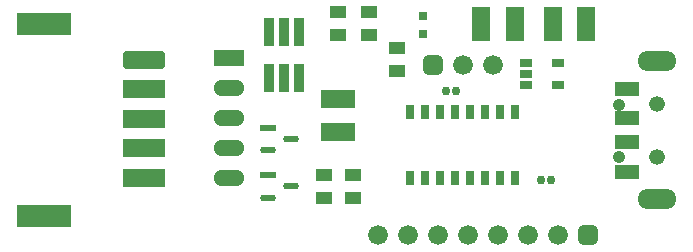
<source format=gts>
G04*
G04 #@! TF.GenerationSoftware,Altium Limited,Altium Designer,24.3.1 (35)*
G04*
G04 Layer_Color=8388736*
%FSLAX44Y44*%
%MOMM*%
G71*
G04*
G04 #@! TF.SameCoordinates,DD5606FB-0AE3-4311-A501-CF171F200833*
G04*
G04*
G04 #@! TF.FilePolarity,Negative*
G04*
G01*
G75*
%ADD16R,0.8000X0.8000*%
G04:AMPARAMS|DCode=27|XSize=1.3571mm|YSize=0.5721mm|CornerRadius=0.2861mm|HoleSize=0mm|Usage=FLASHONLY|Rotation=0.000|XOffset=0mm|YOffset=0mm|HoleType=Round|Shape=RoundedRectangle|*
%AMROUNDEDRECTD27*
21,1,1.3571,0.0000,0,0,0.0*
21,1,0.7850,0.5721,0,0,0.0*
1,1,0.5721,0.3925,0.0000*
1,1,0.5721,-0.3925,0.0000*
1,1,0.5721,-0.3925,0.0000*
1,1,0.5721,0.3925,0.0000*
%
%ADD27ROUNDEDRECTD27*%
%ADD28R,1.3571X0.5721*%
G04:AMPARAMS|DCode=31|XSize=0.676mm|YSize=0.616mm|CornerRadius=0.1811mm|HoleSize=0mm|Usage=FLASHONLY|Rotation=90.000|XOffset=0mm|YOffset=0mm|HoleType=Round|Shape=RoundedRectangle|*
%AMROUNDEDRECTD31*
21,1,0.6760,0.2538,0,0,90.0*
21,1,0.3138,0.6160,0,0,90.0*
1,1,0.3622,0.1269,0.1569*
1,1,0.3622,0.1269,-0.1569*
1,1,0.3622,-0.1269,-0.1569*
1,1,0.3622,-0.1269,0.1569*
%
%ADD31ROUNDEDRECTD31*%
%ADD32R,2.8860X1.5260*%
%ADD33R,0.6760X1.2760*%
%ADD34R,1.4560X0.9960*%
%ADD35R,1.0760X0.6760*%
%ADD36R,1.5260X2.8860*%
%ADD37R,4.6480X1.9810*%
G04:AMPARAMS|DCode=38|XSize=1.6mm|YSize=3.632mm|CornerRadius=0.419mm|HoleSize=0mm|Usage=FLASHONLY|Rotation=270.000|XOffset=0mm|YOffset=0mm|HoleType=Round|Shape=RoundedRectangle|*
%AMROUNDEDRECTD38*
21,1,1.6000,2.7940,0,0,270.0*
21,1,0.7620,3.6320,0,0,270.0*
1,1,0.8380,-1.3970,-0.3810*
1,1,0.8380,-1.3970,0.3810*
1,1,0.8380,1.3970,0.3810*
1,1,0.8380,1.3970,-0.3810*
%
%ADD38ROUNDEDRECTD38*%
%ADD39R,3.6320X1.6000*%
%ADD40R,4.6480X1.9824*%
%ADD41R,0.8360X2.4760*%
%ADD42R,2.0760X1.2760*%
%ADD43O,2.6160X1.3460*%
%ADD44R,2.6160X1.3460*%
%ADD45C,1.6760*%
G04:AMPARAMS|DCode=46|XSize=1.676mm|YSize=1.676mm|CornerRadius=0.438mm|HoleSize=0mm|Usage=FLASHONLY|Rotation=180.000|XOffset=0mm|YOffset=0mm|HoleType=Round|Shape=RoundedRectangle|*
%AMROUNDEDRECTD46*
21,1,1.6760,0.8000,0,0,180.0*
21,1,0.8000,1.6760,0,0,180.0*
1,1,0.8760,-0.4000,0.4000*
1,1,0.8760,0.4000,0.4000*
1,1,0.8760,0.4000,-0.4000*
1,1,0.8760,-0.4000,-0.4000*
%
%ADD46ROUNDEDRECTD46*%
%ADD47O,3.3260X1.7010*%
%ADD48C,1.3260*%
%ADD49C,1.0760*%
D16*
X351297Y193059D02*
D03*
Y208059D02*
D03*
D27*
X239259Y103930D02*
D03*
X220249Y94430D02*
D03*
X239259Y63930D02*
D03*
X220249Y54430D02*
D03*
D28*
Y113430D02*
D03*
Y73430D02*
D03*
D31*
X379204Y144780D02*
D03*
X370604D02*
D03*
X459754Y68930D02*
D03*
X451154D02*
D03*
D32*
X279754Y138230D02*
D03*
Y109630D02*
D03*
D33*
X429204Y126930D02*
D03*
X416504D02*
D03*
X403804D02*
D03*
X391104D02*
D03*
X378404D02*
D03*
X365704D02*
D03*
X353004D02*
D03*
X340304D02*
D03*
Y70930D02*
D03*
X353004D02*
D03*
X365704D02*
D03*
X378404D02*
D03*
X391104D02*
D03*
X403804D02*
D03*
X416504D02*
D03*
X429204D02*
D03*
D34*
X329754Y180980D02*
D03*
Y161880D02*
D03*
X305562Y211480D02*
D03*
Y192380D02*
D03*
X292254Y54380D02*
D03*
Y73480D02*
D03*
X267254Y54380D02*
D03*
Y73480D02*
D03*
X279754Y192126D02*
D03*
Y211226D02*
D03*
D35*
X438504Y168430D02*
D03*
Y158930D02*
D03*
Y149430D02*
D03*
X466004D02*
D03*
Y168430D02*
D03*
D36*
X429336Y201676D02*
D03*
X400736D02*
D03*
X489776D02*
D03*
X461175D02*
D03*
D37*
X30480Y38862D02*
D03*
D38*
X115570Y170942D02*
D03*
D39*
Y70942D02*
D03*
Y95942D02*
D03*
Y120942D02*
D03*
Y145942D02*
D03*
D40*
X30480Y201422D02*
D03*
D41*
X220824Y194660D02*
D03*
Y155660D02*
D03*
X233524Y194660D02*
D03*
Y155660D02*
D03*
X246224Y194660D02*
D03*
Y155660D02*
D03*
D42*
X523754Y101430D02*
D03*
Y146430D02*
D03*
Y121430D02*
D03*
Y76430D02*
D03*
D43*
X187254Y70630D02*
D03*
Y96030D02*
D03*
Y121430D02*
D03*
Y146830D02*
D03*
D44*
Y172230D02*
D03*
D45*
X364005Y22659D02*
D03*
X414805D02*
D03*
X465605D02*
D03*
X440205D02*
D03*
X389405D02*
D03*
X338605D02*
D03*
X313205D02*
D03*
X410554Y166430D02*
D03*
X385154D02*
D03*
D46*
X491005Y22659D02*
D03*
X359754Y166430D02*
D03*
D47*
X549754Y169930D02*
D03*
Y52930D02*
D03*
D48*
Y133930D02*
D03*
Y88930D02*
D03*
D49*
X517254D02*
D03*
Y132930D02*
D03*
M02*

</source>
